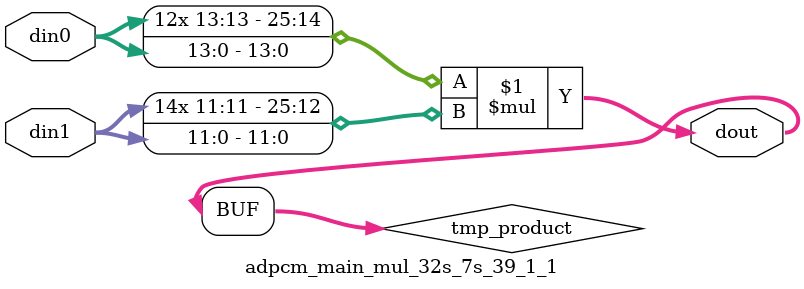
<source format=v>

`timescale 1 ns / 1 ps

  module adpcm_main_mul_32s_7s_39_1_1(din0, din1, dout);
parameter ID = 1;
parameter NUM_STAGE = 0;
parameter din0_WIDTH = 14;
parameter din1_WIDTH = 12;
parameter dout_WIDTH = 26;

input [din0_WIDTH - 1 : 0] din0; 
input [din1_WIDTH - 1 : 0] din1; 
output [dout_WIDTH - 1 : 0] dout;

wire signed [dout_WIDTH - 1 : 0] tmp_product;













assign tmp_product = $signed(din0) * $signed(din1);








assign dout = tmp_product;







endmodule

</source>
